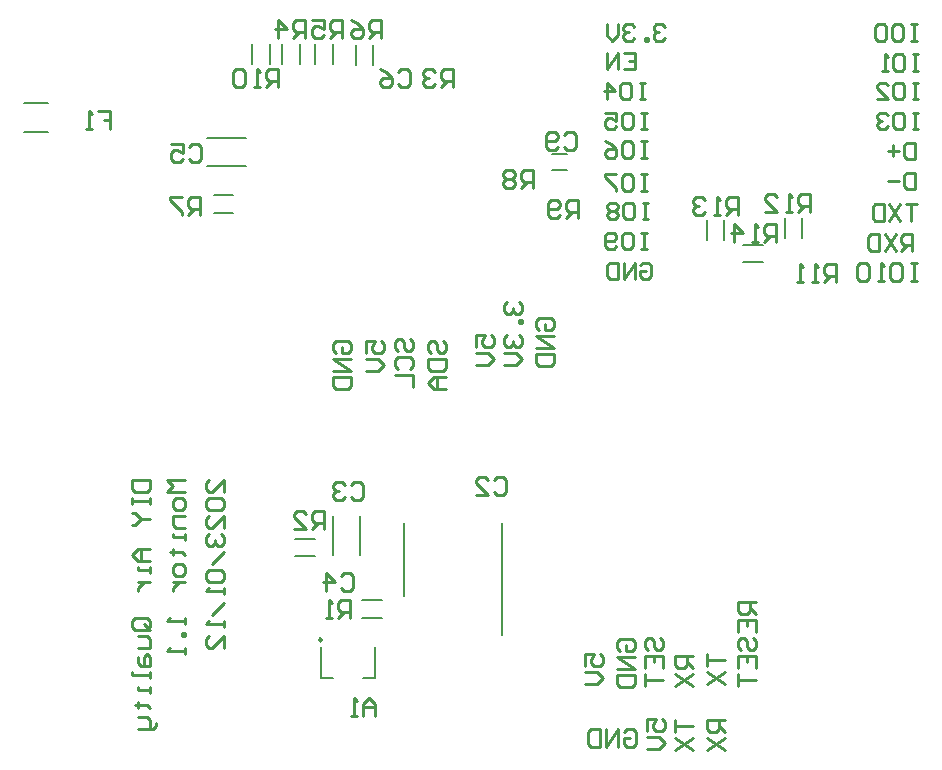
<source format=gbo>
G04*
G04 #@! TF.GenerationSoftware,Altium Limited,Altium Designer,20.0.2 (26)*
G04*
G04 Layer_Color=32896*
%FSLAX25Y25*%
%MOIN*%
G70*
G01*
G75*
%ADD10C,0.00984*%
%ADD13C,0.00787*%
%ADD16C,0.01000*%
D10*
X216740Y291291D02*
G03*
X216740Y291291I-492J0D01*
G01*
D13*
X228101Y482824D02*
Y489408D01*
X233899Y482824D02*
Y489408D01*
X220399Y483208D02*
Y489792D01*
X214601Y483208D02*
Y489792D01*
X209399Y483208D02*
Y489792D01*
X203601Y483208D02*
Y489792D01*
X178492Y458638D02*
X191508D01*
X178492Y449362D02*
X191508D01*
X180708Y439399D02*
X187292D01*
X180708Y433601D02*
X187292D01*
X293505Y453158D02*
X298515D01*
X293505Y447843D02*
X298515D01*
X199399Y483208D02*
Y489792D01*
X193601Y483208D02*
Y489792D01*
X117366Y460677D02*
X125634D01*
X117366Y470323D02*
X125634D01*
X357324Y417101D02*
X363908D01*
X357324Y422899D02*
X363908D01*
X345101Y424708D02*
Y431292D01*
X350899Y424708D02*
Y431292D01*
X371101Y425208D02*
Y431792D01*
X376899Y425208D02*
Y431792D01*
X207824Y319101D02*
X214408D01*
X207824Y324899D02*
X214408D01*
X229638Y319492D02*
Y332508D01*
X220362Y319492D02*
Y332508D01*
X216445Y278496D02*
Y288732D01*
Y278496D02*
X220382D01*
X234555D02*
Y288732D01*
X230618Y278496D02*
X234555D01*
X230092Y298601D02*
X236676D01*
X230092Y304399D02*
X236676D01*
X244161Y305831D02*
Y330339D01*
X276839Y292937D02*
Y330339D01*
D16*
X153405Y344500D02*
X159403D01*
Y341501D01*
X158403Y340501D01*
X154405D01*
X153405Y341501D01*
Y344500D01*
Y338502D02*
Y336503D01*
Y337502D01*
X159403D01*
Y338502D01*
Y336503D01*
X153405Y333504D02*
X154405D01*
X156404Y331504D01*
X154405Y329505D01*
X153405D01*
X156404Y331504D02*
X159403D01*
Y321507D02*
X155404D01*
X153405Y319508D01*
X155404Y317509D01*
X159403D01*
X156404D01*
Y321507D01*
X159403Y315509D02*
Y313510D01*
Y314510D01*
X155404D01*
Y315509D01*
Y310511D02*
X159403D01*
X157404D01*
X156404Y309511D01*
X155404Y308512D01*
Y307512D01*
X158403Y294516D02*
X154405D01*
X153405Y295516D01*
Y297515D01*
X154405Y298515D01*
X158403D01*
X159403Y297515D01*
Y295516D01*
X157404Y296515D02*
X159403Y294516D01*
Y295516D02*
X158403Y294516D01*
X155404Y292517D02*
X158403D01*
X159403Y291517D01*
Y288518D01*
X155404D01*
Y285519D02*
Y283520D01*
X156404Y282520D01*
X159403D01*
Y285519D01*
X158403Y286519D01*
X157404Y285519D01*
Y282520D01*
X159403Y280521D02*
Y278521D01*
Y279521D01*
X153405D01*
Y280521D01*
X159403Y275522D02*
Y273523D01*
Y274523D01*
X155404D01*
Y275522D01*
X154405Y269524D02*
X155404D01*
Y270524D01*
Y268525D01*
Y269524D01*
X158403D01*
X159403Y268525D01*
X155404Y265526D02*
X158403D01*
X159403Y264526D01*
Y261527D01*
X160403D01*
X161402Y262526D01*
Y263526D01*
X159403Y261527D02*
X155404D01*
X171000Y344500D02*
X165002D01*
X167001Y342501D01*
X165002Y340501D01*
X171000D01*
Y337502D02*
Y335503D01*
X170000Y334503D01*
X168001D01*
X167001Y335503D01*
Y337502D01*
X168001Y338502D01*
X170000D01*
X171000Y337502D01*
Y332504D02*
X167001D01*
Y329505D01*
X168001Y328505D01*
X171000D01*
Y326506D02*
Y324506D01*
Y325506D01*
X167001D01*
Y326506D01*
X166002Y320508D02*
X167001D01*
Y321507D01*
Y319508D01*
Y320508D01*
X170000D01*
X171000Y319508D01*
Y315509D02*
Y313510D01*
X170000Y312510D01*
X168001D01*
X167001Y313510D01*
Y315509D01*
X168001Y316509D01*
X170000D01*
X171000Y315509D01*
X167001Y310511D02*
X171000D01*
X169001D01*
X168001Y309511D01*
X167001Y308512D01*
Y307512D01*
X171000Y298515D02*
Y296515D01*
Y297515D01*
X165002D01*
X166002Y298515D01*
X171000Y293516D02*
X170000D01*
Y292517D01*
X171000D01*
Y293516D01*
Y288518D02*
Y286519D01*
Y287518D01*
X165002D01*
X166002Y288518D01*
X184000Y340501D02*
Y344500D01*
X180001Y340501D01*
X179002D01*
X178002Y341501D01*
Y343500D01*
X179002Y344500D01*
Y338502D02*
X178002Y337502D01*
Y335503D01*
X179002Y334503D01*
X183000D01*
X184000Y335503D01*
Y337502D01*
X183000Y338502D01*
X179002D01*
X184000Y328505D02*
Y332504D01*
X180001Y328505D01*
X179002D01*
X178002Y329505D01*
Y331504D01*
X179002Y332504D01*
Y326506D02*
X178002Y325506D01*
Y323507D01*
X179002Y322507D01*
X180001D01*
X181001Y323507D01*
Y324506D01*
Y323507D01*
X182001Y322507D01*
X183000D01*
X184000Y323507D01*
Y325506D01*
X183000Y326506D01*
X184000Y320508D02*
X180001Y316509D01*
X179002Y314510D02*
X178002Y313510D01*
Y311511D01*
X179002Y310511D01*
X183000D01*
X184000Y311511D01*
Y313510D01*
X183000Y314510D01*
X179002D01*
X184000Y308512D02*
Y306512D01*
Y307512D01*
X178002D01*
X179002Y308512D01*
X184000Y303513D02*
X180001Y299515D01*
X184000Y297515D02*
Y295516D01*
Y296515D01*
X178002D01*
X179002Y297515D01*
X184000Y288518D02*
Y292517D01*
X180001Y288518D01*
X179002D01*
X178002Y289518D01*
Y291517D01*
X179002Y292517D01*
X415000Y416998D02*
X413001D01*
X414000D01*
Y411000D01*
X415000D01*
X413001D01*
X407003Y416998D02*
X409002D01*
X410002Y415998D01*
Y412000D01*
X409002Y411000D01*
X407003D01*
X406003Y412000D01*
Y415998D01*
X407003Y416998D01*
X404004Y411000D02*
X402004D01*
X403004D01*
Y416998D01*
X404004Y415998D01*
X399005D02*
X398006Y416998D01*
X396006D01*
X395006Y415998D01*
Y412000D01*
X396006Y411000D01*
X398006D01*
X399005Y412000D01*
Y415998D01*
X413500Y421000D02*
Y426498D01*
X410751D01*
X409834Y425582D01*
Y423749D01*
X410751Y422833D01*
X413500D01*
X411667D02*
X409834Y421000D01*
X408002Y426498D02*
X404336Y421000D01*
Y426498D02*
X408002Y421000D01*
X402504Y426498D02*
Y421000D01*
X399754D01*
X398838Y421916D01*
Y425582D01*
X399754Y426498D01*
X402504D01*
X415000Y436498D02*
X411335D01*
X413167D01*
Y431000D01*
X409502Y436498D02*
X405836Y431000D01*
Y436498D02*
X409502Y431000D01*
X404004Y436498D02*
Y431000D01*
X401254D01*
X400338Y431916D01*
Y435582D01*
X401254Y436498D01*
X404004D01*
X414500Y446998D02*
Y441500D01*
X411751D01*
X410835Y442416D01*
Y446082D01*
X411751Y446998D01*
X414500D01*
X409002Y444249D02*
X405336D01*
X414500Y456998D02*
Y451500D01*
X411751D01*
X410835Y452416D01*
Y456082D01*
X411751Y456998D01*
X414500D01*
X409002Y454249D02*
X405336D01*
X407169Y456082D02*
Y452416D01*
X415500Y466998D02*
X413667D01*
X414584D01*
Y461500D01*
X415500D01*
X413667D01*
X408169Y466998D02*
X410002D01*
X410918Y466082D01*
Y462416D01*
X410002Y461500D01*
X408169D01*
X407253Y462416D01*
Y466082D01*
X408169Y466998D01*
X405420Y466082D02*
X404504Y466998D01*
X402671D01*
X401754Y466082D01*
Y465166D01*
X402671Y464249D01*
X403587D01*
X402671D01*
X401754Y463333D01*
Y462416D01*
X402671Y461500D01*
X404504D01*
X405420Y462416D01*
X415500Y476998D02*
X413667D01*
X414584D01*
Y471500D01*
X415500D01*
X413667D01*
X408169Y476998D02*
X410002D01*
X410918Y476082D01*
Y472416D01*
X410002Y471500D01*
X408169D01*
X407253Y472416D01*
Y476082D01*
X408169Y476998D01*
X401754Y471500D02*
X405420D01*
X401754Y475166D01*
Y476082D01*
X402671Y476998D01*
X404504D01*
X405420Y476082D01*
X415500Y486498D02*
X413667D01*
X414584D01*
Y481000D01*
X415500D01*
X413667D01*
X408169Y486498D02*
X410002D01*
X410918Y485582D01*
Y481916D01*
X410002Y481000D01*
X408169D01*
X407253Y481916D01*
Y485582D01*
X408169Y486498D01*
X405420Y481000D02*
X403587D01*
X404504D01*
Y486498D01*
X405420Y485582D01*
X415000Y496498D02*
X413167D01*
X414084D01*
Y491000D01*
X415000D01*
X413167D01*
X407669Y496498D02*
X409502D01*
X410418Y495582D01*
Y491916D01*
X409502Y491000D01*
X407669D01*
X406753Y491916D01*
Y495582D01*
X407669Y496498D01*
X404920Y495582D02*
X404004Y496498D01*
X402171D01*
X401254Y495582D01*
Y491916D01*
X402171Y491000D01*
X404004D01*
X404920Y491916D01*
Y495582D01*
X322834Y416082D02*
X323751Y416998D01*
X325584D01*
X326500Y416082D01*
Y412416D01*
X325584Y411500D01*
X323751D01*
X322834Y412416D01*
Y414249D01*
X324667D01*
X321002Y411500D02*
Y416998D01*
X317336Y411500D01*
Y416998D01*
X315504D02*
Y411500D01*
X312754D01*
X311838Y412416D01*
Y416082D01*
X312754Y416998D01*
X315504D01*
X325000Y426998D02*
X323167D01*
X324084D01*
Y421500D01*
X325000D01*
X323167D01*
X317669Y426998D02*
X319502D01*
X320418Y426082D01*
Y422416D01*
X319502Y421500D01*
X317669D01*
X316753Y422416D01*
Y426082D01*
X317669Y426998D01*
X314920Y422416D02*
X314004Y421500D01*
X312171D01*
X311254Y422416D01*
Y426082D01*
X312171Y426998D01*
X314004D01*
X314920Y426082D01*
Y425166D01*
X314004Y424249D01*
X311254D01*
X325500Y436998D02*
X323667D01*
X324584D01*
Y431500D01*
X325500D01*
X323667D01*
X318169Y436998D02*
X320002D01*
X320918Y436082D01*
Y432416D01*
X320002Y431500D01*
X318169D01*
X317253Y432416D01*
Y436082D01*
X318169Y436998D01*
X315420Y436082D02*
X314504Y436998D01*
X312671D01*
X311754Y436082D01*
Y435166D01*
X312671Y434249D01*
X311754Y433333D01*
Y432416D01*
X312671Y431500D01*
X314504D01*
X315420Y432416D01*
Y433333D01*
X314504Y434249D01*
X315420Y435166D01*
Y436082D01*
X314504Y434249D02*
X312671D01*
X325000Y446498D02*
X323167D01*
X324084D01*
Y441000D01*
X325000D01*
X323167D01*
X317669Y446498D02*
X319502D01*
X320418Y445582D01*
Y441916D01*
X319502Y441000D01*
X317669D01*
X316753Y441916D01*
Y445582D01*
X317669Y446498D01*
X314920D02*
X311254D01*
Y445582D01*
X314920Y441916D01*
Y441000D01*
X325000Y457498D02*
X323167D01*
X324084D01*
Y452000D01*
X325000D01*
X323167D01*
X317669Y457498D02*
X319502D01*
X320418Y456582D01*
Y452916D01*
X319502Y452000D01*
X317669D01*
X316753Y452916D01*
Y456582D01*
X317669Y457498D01*
X311254D02*
X313087Y456582D01*
X314920Y454749D01*
Y452916D01*
X314004Y452000D01*
X312171D01*
X311254Y452916D01*
Y453833D01*
X312171Y454749D01*
X314920D01*
X325000Y466998D02*
X323167D01*
X324084D01*
Y461500D01*
X325000D01*
X323167D01*
X317669Y466998D02*
X319502D01*
X320418Y466082D01*
Y462416D01*
X319502Y461500D01*
X317669D01*
X316753Y462416D01*
Y466082D01*
X317669Y466998D01*
X311254D02*
X314920D01*
Y464249D01*
X313087Y465166D01*
X312171D01*
X311254Y464249D01*
Y462416D01*
X312171Y461500D01*
X314004D01*
X314920Y462416D01*
X324500Y476998D02*
X322667D01*
X323584D01*
Y471500D01*
X324500D01*
X322667D01*
X317169Y476998D02*
X319002D01*
X319918Y476082D01*
Y472416D01*
X319002Y471500D01*
X317169D01*
X316253Y472416D01*
Y476082D01*
X317169Y476998D01*
X311671Y471500D02*
Y476998D01*
X314420Y474249D01*
X310754D01*
X317335Y486998D02*
X321000D01*
Y481500D01*
X317335D01*
X321000Y484249D02*
X319167D01*
X315502Y481500D02*
Y486998D01*
X311836Y481500D01*
Y486998D01*
X331000Y495582D02*
X330084Y496498D01*
X328251D01*
X327334Y495582D01*
Y494665D01*
X328251Y493749D01*
X329167D01*
X328251D01*
X327334Y492833D01*
Y491916D01*
X328251Y491000D01*
X330084D01*
X331000Y491916D01*
X325502Y491000D02*
Y491916D01*
X324585D01*
Y491000D01*
X325502D01*
X320920Y495582D02*
X320004Y496498D01*
X318171D01*
X317254Y495582D01*
Y494665D01*
X318171Y493749D01*
X319087D01*
X318171D01*
X317254Y492833D01*
Y491916D01*
X318171Y491000D01*
X320004D01*
X320920Y491916D01*
X315422Y496498D02*
Y492833D01*
X313589Y491000D01*
X311756Y492833D01*
Y496498D01*
X253002Y387001D02*
X252002Y388001D01*
Y390000D01*
X253002Y391000D01*
X254001D01*
X255001Y390000D01*
Y388001D01*
X256001Y387001D01*
X257000D01*
X258000Y388001D01*
Y390000D01*
X257000Y391000D01*
X252002Y385002D02*
X258000D01*
Y382003D01*
X257000Y381003D01*
X253002D01*
X252002Y382003D01*
Y385002D01*
X258000Y379004D02*
X254001D01*
X252002Y377005D01*
X254001Y375005D01*
X258000D01*
X255001D01*
Y379004D01*
X242002Y387501D02*
X241002Y388501D01*
Y390500D01*
X242002Y391500D01*
X243001D01*
X244001Y390500D01*
Y388501D01*
X245001Y387501D01*
X246000D01*
X247000Y388501D01*
Y390500D01*
X246000Y391500D01*
X242002Y381503D02*
X241002Y382503D01*
Y384502D01*
X242002Y385502D01*
X246000D01*
X247000Y384502D01*
Y382503D01*
X246000Y381503D01*
X241002Y379504D02*
X247000D01*
Y375505D01*
X231502Y387001D02*
Y391000D01*
X234501D01*
X233501Y389001D01*
Y388001D01*
X234501Y387001D01*
X236500D01*
X237500Y388001D01*
Y390000D01*
X236500Y391000D01*
X231502Y385002D02*
X235501D01*
X237500Y383003D01*
X235501Y381003D01*
X231502D01*
X221502Y387001D02*
X220502Y388001D01*
Y390000D01*
X221502Y391000D01*
X225500D01*
X226500Y390000D01*
Y388001D01*
X225500Y387001D01*
X223501D01*
Y389001D01*
X226500Y385002D02*
X220502D01*
X226500Y381003D01*
X220502D01*
Y379004D02*
X226500D01*
Y376005D01*
X225500Y375005D01*
X221502D01*
X220502Y376005D01*
Y379004D01*
X268002Y389001D02*
Y393000D01*
X271001D01*
X270001Y391001D01*
Y390001D01*
X271001Y389001D01*
X273000D01*
X274000Y390001D01*
Y392000D01*
X273000Y393000D01*
X268002Y387002D02*
X272001D01*
X274000Y385003D01*
X272001Y383003D01*
X268002D01*
X278502Y404000D02*
X277502Y403000D01*
Y401001D01*
X278502Y400001D01*
X279501D01*
X280501Y401001D01*
Y402001D01*
Y401001D01*
X281501Y400001D01*
X282500D01*
X283500Y401001D01*
Y403000D01*
X282500Y404000D01*
X283500Y398002D02*
X282500D01*
Y397002D01*
X283500D01*
Y398002D01*
X278502Y393004D02*
X277502Y392004D01*
Y390004D01*
X278502Y389005D01*
X279501D01*
X280501Y390004D01*
Y391004D01*
Y390004D01*
X281501Y389005D01*
X282500D01*
X283500Y390004D01*
Y392004D01*
X282500Y393004D01*
X277502Y387005D02*
X281501D01*
X283500Y385006D01*
X281501Y383007D01*
X277502D01*
X289002Y394501D02*
X288002Y395501D01*
Y397500D01*
X289002Y398500D01*
X293000D01*
X294000Y397500D01*
Y395501D01*
X293000Y394501D01*
X291001D01*
Y396501D01*
X294000Y392502D02*
X288002D01*
X294000Y388503D01*
X288002D01*
Y386504D02*
X294000D01*
Y383505D01*
X293000Y382505D01*
X289002D01*
X288002Y383505D01*
Y386504D01*
X317501Y260498D02*
X318501Y261498D01*
X320500D01*
X321500Y260498D01*
Y256500D01*
X320500Y255500D01*
X318501D01*
X317501Y256500D01*
Y258499D01*
X319501D01*
X315502Y255500D02*
Y261498D01*
X311503Y255500D01*
Y261498D01*
X309504D02*
Y255500D01*
X306505D01*
X305505Y256500D01*
Y260498D01*
X306505Y261498D01*
X309504D01*
X334502Y264500D02*
Y260501D01*
Y262501D01*
X340500D01*
X334502Y258502D02*
X340500Y254503D01*
X334502D02*
X340500Y258502D01*
X351000Y264500D02*
X345002D01*
Y261501D01*
X346002Y260501D01*
X348001D01*
X349001Y261501D01*
Y264500D01*
Y262501D02*
X351000Y260501D01*
X345002Y258502D02*
X351000Y254503D01*
X345002D02*
X351000Y258502D01*
X340500Y286000D02*
X334502D01*
Y283001D01*
X335502Y282001D01*
X337501D01*
X338501Y283001D01*
Y286000D01*
Y284001D02*
X340500Y282001D01*
X334502Y280002D02*
X340500Y276003D01*
X334502D02*
X340500Y280002D01*
X325002Y261001D02*
Y265000D01*
X328001D01*
X327001Y263001D01*
Y262001D01*
X328001Y261001D01*
X330000D01*
X331000Y262001D01*
Y264000D01*
X330000Y265000D01*
X325002Y259002D02*
X329001D01*
X331000Y257003D01*
X329001Y255003D01*
X325002D01*
X361500Y304000D02*
X355502D01*
Y301001D01*
X356502Y300001D01*
X358501D01*
X359501Y301001D01*
Y304000D01*
Y302001D02*
X361500Y300001D01*
X355502Y294003D02*
Y298002D01*
X361500D01*
Y294003D01*
X358501Y298002D02*
Y296003D01*
X356502Y288005D02*
X355502Y289005D01*
Y291004D01*
X356502Y292004D01*
X357501D01*
X358501Y291004D01*
Y289005D01*
X359501Y288005D01*
X360500D01*
X361500Y289005D01*
Y291004D01*
X360500Y292004D01*
X355502Y282007D02*
Y286006D01*
X361500D01*
Y282007D01*
X358501Y286006D02*
Y284007D01*
X355502Y280008D02*
Y276009D01*
Y278008D01*
X361500D01*
X345002Y286500D02*
Y282501D01*
Y284501D01*
X351000D01*
X345002Y280502D02*
X351000Y276503D01*
X345002D02*
X351000Y280502D01*
X325502Y288001D02*
X324502Y289001D01*
Y291000D01*
X325502Y292000D01*
X326501D01*
X327501Y291000D01*
Y289001D01*
X328501Y288001D01*
X329500D01*
X330500Y289001D01*
Y291000D01*
X329500Y292000D01*
X324502Y282003D02*
Y286002D01*
X330500D01*
Y282003D01*
X327501Y286002D02*
Y284003D01*
X324502Y280004D02*
Y276005D01*
Y278005D01*
X330500D01*
X316002Y287501D02*
X315002Y288501D01*
Y290500D01*
X316002Y291500D01*
X320000D01*
X321000Y290500D01*
Y288501D01*
X320000Y287501D01*
X318001D01*
Y289501D01*
X321000Y285502D02*
X315002D01*
X321000Y281503D01*
X315002D01*
Y279504D02*
X321000D01*
Y276505D01*
X320000Y275505D01*
X316002D01*
X315002Y276505D01*
Y279504D01*
X304502Y282501D02*
Y286500D01*
X307501D01*
X306501Y284501D01*
Y283501D01*
X307501Y282501D01*
X309500D01*
X310500Y283501D01*
Y285500D01*
X309500Y286500D01*
X304502Y280502D02*
X308501D01*
X310500Y278503D01*
X308501Y276503D01*
X304502D01*
X368232Y424000D02*
Y429998D01*
X365233D01*
X364233Y428998D01*
Y426999D01*
X365233Y425999D01*
X368232D01*
X366232D02*
X364233Y424000D01*
X362234D02*
X360234D01*
X361234D01*
Y429998D01*
X362234Y428998D01*
X354236Y424000D02*
Y429998D01*
X357235Y426999D01*
X353237D01*
X355500Y433000D02*
Y438998D01*
X352501D01*
X351501Y437998D01*
Y435999D01*
X352501Y434999D01*
X355500D01*
X353501D02*
X351501Y433000D01*
X349502D02*
X347503D01*
X348502D01*
Y438998D01*
X349502Y437998D01*
X344504D02*
X343504Y438998D01*
X341505D01*
X340505Y437998D01*
Y436999D01*
X341505Y435999D01*
X342504D01*
X341505D01*
X340505Y434999D01*
Y434000D01*
X341505Y433000D01*
X343504D01*
X344504Y434000D01*
X379500Y434000D02*
Y439998D01*
X376501D01*
X375501Y438998D01*
Y436999D01*
X376501Y435999D01*
X379500D01*
X377501D02*
X375501Y434000D01*
X373502D02*
X371503D01*
X372502D01*
Y439998D01*
X373502Y438998D01*
X364505Y434000D02*
X368504D01*
X364505Y437999D01*
Y438998D01*
X365505Y439998D01*
X367504D01*
X368504Y438998D01*
X388024Y410500D02*
Y416498D01*
X385025D01*
X384025Y415498D01*
Y413499D01*
X385025Y412499D01*
X388024D01*
X386024D02*
X384025Y410500D01*
X382026D02*
X380026D01*
X381026D01*
Y416498D01*
X382026Y415498D01*
X377027Y410500D02*
X375028D01*
X376027D01*
Y416498D01*
X377027Y415498D01*
X202000Y475500D02*
Y481498D01*
X199001D01*
X198001Y480498D01*
Y478499D01*
X199001Y477499D01*
X202000D01*
X200001D02*
X198001Y475500D01*
X196002D02*
X194003D01*
X195002D01*
Y481498D01*
X196002Y480498D01*
X191004D02*
X190004Y481498D01*
X188005D01*
X187005Y480498D01*
Y476500D01*
X188005Y475500D01*
X190004D01*
X191004Y476500D01*
Y480498D01*
X302024Y432000D02*
Y437998D01*
X299025D01*
X298025Y436998D01*
Y434999D01*
X299025Y433999D01*
X302024D01*
X300024D02*
X298025Y432000D01*
X296026Y433000D02*
X295026Y432000D01*
X293026D01*
X292027Y433000D01*
Y436998D01*
X293026Y437998D01*
X295026D01*
X296026Y436998D01*
Y435999D01*
X295026Y434999D01*
X292027D01*
X287000Y442000D02*
Y447998D01*
X284001D01*
X283001Y446998D01*
Y444999D01*
X284001Y443999D01*
X287000D01*
X285001D02*
X283001Y442000D01*
X281002Y446998D02*
X280002Y447998D01*
X278003D01*
X277003Y446998D01*
Y445999D01*
X278003Y444999D01*
X277003Y443999D01*
Y443000D01*
X278003Y442000D01*
X280002D01*
X281002Y443000D01*
Y443999D01*
X280002Y444999D01*
X281002Y445999D01*
Y446998D01*
X280002Y444999D02*
X278003D01*
X176000Y433000D02*
Y438998D01*
X173001D01*
X172001Y437998D01*
Y435999D01*
X173001Y434999D01*
X176000D01*
X174001D02*
X172001Y433000D01*
X170002Y438998D02*
X166003D01*
Y437998D01*
X170002Y434000D01*
Y433000D01*
X236500Y492000D02*
Y497998D01*
X233501D01*
X232501Y496998D01*
Y494999D01*
X233501Y493999D01*
X236500D01*
X234501D02*
X232501Y492000D01*
X226503Y497998D02*
X228503Y496998D01*
X230502Y494999D01*
Y493000D01*
X229502Y492000D01*
X227503D01*
X226503Y493000D01*
Y493999D01*
X227503Y494999D01*
X230502D01*
X223500Y492000D02*
Y497998D01*
X220501D01*
X219501Y496998D01*
Y494999D01*
X220501Y493999D01*
X223500D01*
X221501D02*
X219501Y492000D01*
X213503Y497998D02*
X217502D01*
Y494999D01*
X215503Y495999D01*
X214503D01*
X213503Y494999D01*
Y493000D01*
X214503Y492000D01*
X216502D01*
X217502Y493000D01*
X211000Y492000D02*
Y497998D01*
X208001D01*
X207001Y496998D01*
Y494999D01*
X208001Y493999D01*
X211000D01*
X209001D02*
X207001Y492000D01*
X202003D02*
Y497998D01*
X205002Y494999D01*
X201003D01*
X260500Y475500D02*
Y481498D01*
X257501D01*
X256501Y480498D01*
Y478499D01*
X257501Y477499D01*
X260500D01*
X258501D02*
X256501Y475500D01*
X254502Y480498D02*
X253502Y481498D01*
X251503D01*
X250503Y480498D01*
Y479499D01*
X251503Y478499D01*
X252503D01*
X251503D01*
X250503Y477499D01*
Y476500D01*
X251503Y475500D01*
X253502D01*
X254502Y476500D01*
X217600Y328300D02*
Y334298D01*
X214601D01*
X213601Y333298D01*
Y331299D01*
X214601Y330299D01*
X217600D01*
X215601D02*
X213601Y328300D01*
X207603D02*
X211602D01*
X207603Y332299D01*
Y333298D01*
X208603Y334298D01*
X210602D01*
X211602Y333298D01*
X226000Y298500D02*
Y304498D01*
X223001D01*
X222001Y303498D01*
Y301499D01*
X223001Y300499D01*
X226000D01*
X224001D02*
X222001Y298500D01*
X220002D02*
X218003D01*
X219002D01*
Y304498D01*
X220002Y303498D01*
X142001Y467498D02*
X146000D01*
Y464499D01*
X144001D01*
X146000D01*
Y461500D01*
X140002D02*
X138003D01*
X139002D01*
Y467498D01*
X140002Y466498D01*
X297511Y459498D02*
X298511Y460498D01*
X300510D01*
X301510Y459498D01*
Y455500D01*
X300510Y454500D01*
X298511D01*
X297511Y455500D01*
X295512D02*
X294512Y454500D01*
X292512D01*
X291513Y455500D01*
Y459498D01*
X292512Y460498D01*
X294512D01*
X295512Y459498D01*
Y458499D01*
X294512Y457499D01*
X291513D01*
X242001Y480498D02*
X243001Y481498D01*
X245000D01*
X246000Y480498D01*
Y476500D01*
X245000Y475500D01*
X243001D01*
X242001Y476500D01*
X236003Y481498D02*
X238003Y480498D01*
X240002Y478499D01*
Y476500D01*
X239002Y475500D01*
X237003D01*
X236003Y476500D01*
Y477499D01*
X237003Y478499D01*
X240002D01*
X172501Y455498D02*
X173501Y456498D01*
X175500D01*
X176500Y455498D01*
Y451500D01*
X175500Y450500D01*
X173501D01*
X172501Y451500D01*
X166503Y456498D02*
X170502D01*
Y453499D01*
X168503Y454499D01*
X167503D01*
X166503Y453499D01*
Y451500D01*
X167503Y450500D01*
X169502D01*
X170502Y451500D01*
X223001Y312498D02*
X224001Y313498D01*
X226000D01*
X227000Y312498D01*
Y308500D01*
X226000Y307500D01*
X224001D01*
X223001Y308500D01*
X218003Y307500D02*
Y313498D01*
X221002Y310499D01*
X217003D01*
X226601Y342898D02*
X227601Y343898D01*
X229600D01*
X230600Y342898D01*
Y338900D01*
X229600Y337900D01*
X227601D01*
X226601Y338900D01*
X224602Y342898D02*
X223602Y343898D01*
X221603D01*
X220603Y342898D01*
Y341899D01*
X221603Y340899D01*
X222603D01*
X221603D01*
X220603Y339899D01*
Y338900D01*
X221603Y337900D01*
X223602D01*
X224602Y338900D01*
X274001Y344498D02*
X275001Y345498D01*
X277000D01*
X278000Y344498D01*
Y340500D01*
X277000Y339500D01*
X275001D01*
X274001Y340500D01*
X268003Y339500D02*
X272002D01*
X268003Y343499D01*
Y344498D01*
X269003Y345498D01*
X271002D01*
X272002Y344498D01*
X234500Y266000D02*
Y269999D01*
X232501Y271998D01*
X230501Y269999D01*
Y266000D01*
Y268999D01*
X234500D01*
X228502Y266000D02*
X226503D01*
X227502D01*
Y271998D01*
X228502Y270998D01*
M02*

</source>
